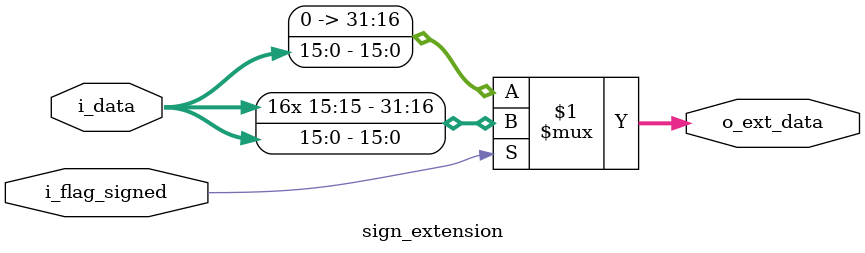
<source format=v>
`timescale 1ns / 1ps


module sign_extension
    #(
        // Parámetro: Tamaño original del valor de entrada
        parameter ORIGINAL_SIZE = 16,

        // Parámetro: Tamaño extendido del valor de salida
        parameter EXTENDED_SIZE = 32
    )
    (
        // Entrada: Valor que se va a extender
        input wire [ORIGINAL_SIZE - 1 : 0] i_data,

        // Entrada: Señal de control
        // i_flag_signed = 1 -> Realizar extensión de signo (preservar el bit de signo)
        // i_flag_signed = 0 -> Realizar extensión con ceros (rellenar con ceros)
        input wire i_flag_signed,

        // Salida: Valor extendido
        output wire [EXTENDED_SIZE - 1 : 0] o_ext_data
    );

    // Lógica:
    // Si `i_flag_signed` es 1 (extensión de signo), se replica el MSB de `i_data`
    // para rellenar los bits más significativos del valor extendido.
    // En caso contrario, los bits más significativos se rellenan con ceros para una extensión sin signo.
    assign o_ext_data = i_flag_signed ? 
        // Extensión de signo: Replicar el MSB de `i_data`
        {{(EXTENDED_SIZE - ORIGINAL_SIZE){i_data[ORIGINAL_SIZE - 1]}}, i_data} : 
        // Extensión con ceros: Rellenar los bits superiores con 0
        {{(EXTENDED_SIZE - ORIGINAL_SIZE){1'b0}}, i_data};

endmodule

</source>
